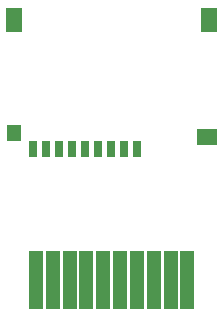
<source format=gbr>
%FSDAX44Y44*%
%MOMM*%
%SFA1B1*%

%IPPOS*%
%ADD10R,0.699999X1.400097*%
%ADD11R,1.279897X1.400097*%
%ADD12R,1.400097X1.999996*%
%ADD13R,1.174998X4.999990*%
%ADD14R,1.777996X1.400097*%
%LNadapter_pads_top-1*%
%LPD*%
G54D10*
X00297400Y00392938D03*
X00308398D03*
X00319399D03*
X00330400D03*
X00341400D03*
X00352399D03*
X00363399D03*
X00374400D03*
X00385398D03*
G54D11*
X00281686Y00406099D03*
G54D12*
X00280924Y00502099D03*
X00446024D03*
G54D13*
X00428124Y00281700D03*
X00413874D03*
X00399625D03*
X00385373D03*
X00371123D03*
X00356874D03*
X00342625D03*
X00328373D03*
X00314123D03*
X00299874D03*
G54D14*
X00444500Y00403098D03*
M02*
</source>
